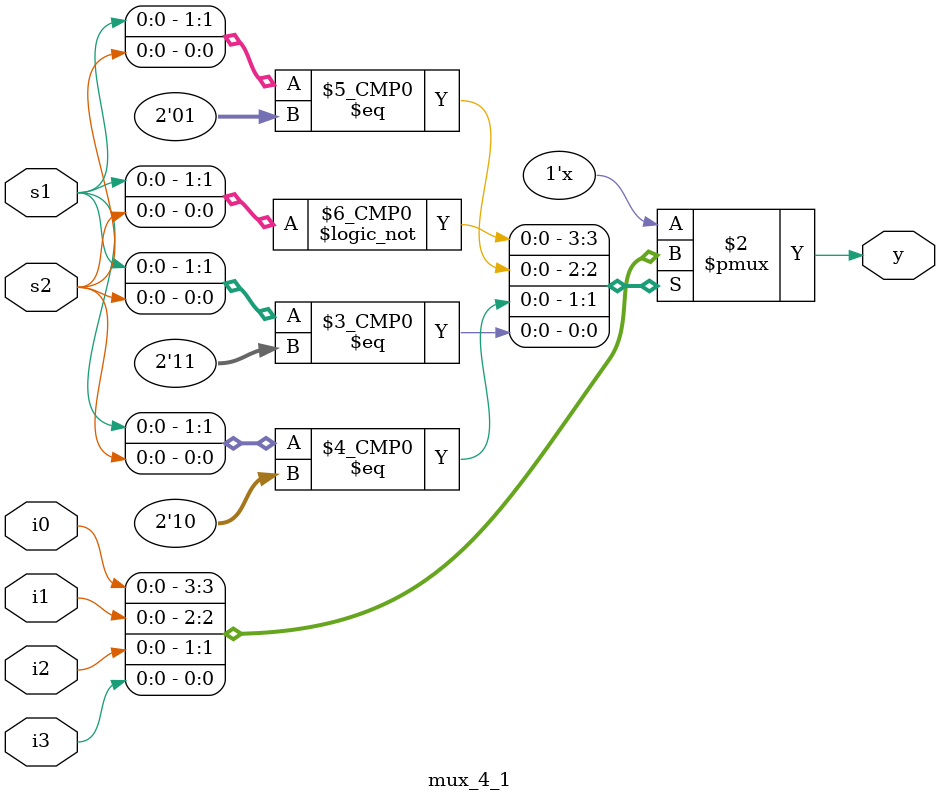
<source format=v>
module mux_4_1(input i0,i1,i2,i3,s1,s2,output reg y);
  always @(*) begin
    case({s1,s2})
      2'b00: y=i0;
      2'b01: y=i1;
      2'b10: y=i2;
      2'b11: y=i3;
    endcase
  end
endmodule

</source>
